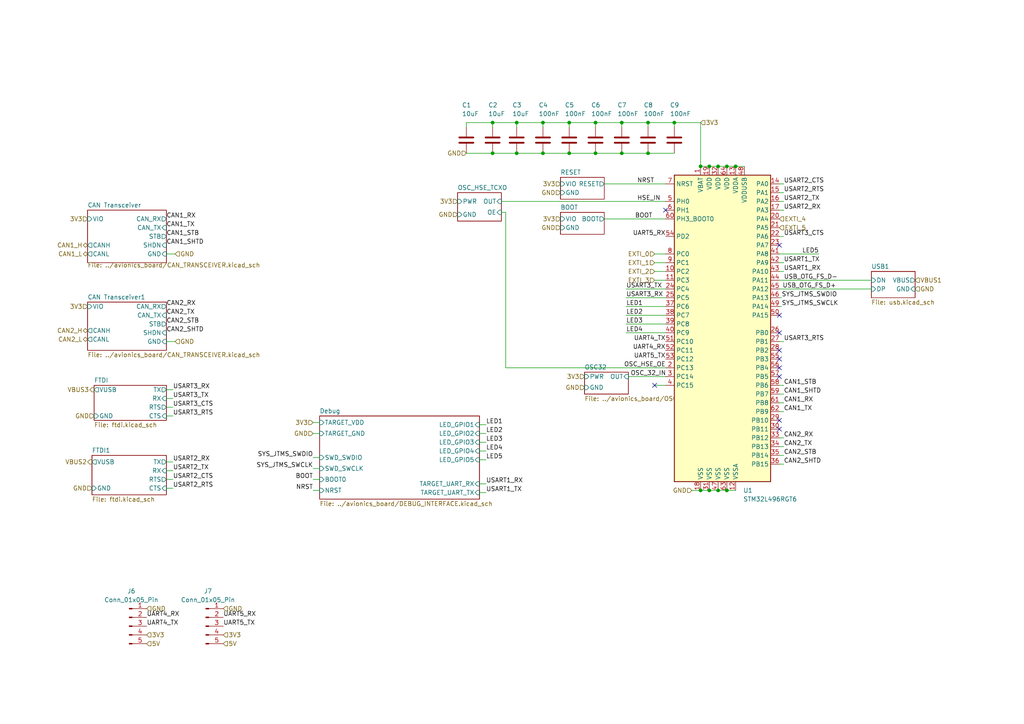
<source format=kicad_sch>
(kicad_sch (version 20250114) (generator "eeschema") (generator_version "9.0")
  (paper "A4")
  (lib_symbols
    (symbol "Common:STM32L496RGTx"
      (property "Reference" "U" (at -12.7 46.99 0))
      (property "Value" "STM32L496RGTx" (at 10.16 46.99 0))
      (symbol "STM32L496RGTx_0_1"
        (rectangle (start -12.7 45.72) (end 15.24 -43.18) (stroke (width 0.254)) (fill (type background)))
      )
      (symbol "STM32L496RGTx_1_1"
        (pin input line (at -15.24 43.18 0) (length 2.54) (name "NRST") (number "7"))
        (pin bidirectional line (at -15.24 38.1 0) (length 2.54) (name "PH0") (number "5"))
        (pin bidirectional line (at -15.24 35.56 0) (length 2.54) (name "PH1") (number "6"))
        (pin bidirectional line (at -15.24 33.02 0) (length 2.54) (name "PH3_BOOT0") (number "60"))
        (pin bidirectional line (at -15.24 27.94 0) (length 2.54) (name "PD2") (number "54"))
        (pin bidirectional line (at -15.24 22.86 0) (length 2.54) (name "PC0") (number "8"))
        (pin bidirectional line (at -15.24 20.32 0) (length 2.54) (name "PC1") (number "9"))
        (pin bidirectional line (at -15.24 17.78 0) (length 2.54) (name "PC2") (number "10"))
        (pin bidirectional line (at -15.24 15.24 0) (length 2.54) (name "PC3") (number "11"))
        (pin bidirectional line (at -15.24 12.7 0) (length 2.54) (name "PC4") (number "24"))
        (pin bidirectional line (at -15.24 10.16 0) (length 2.54) (name "PC5") (number "25"))
        (pin bidirectional line (at -15.24 7.62 0) (length 2.54) (name "PC6") (number "37"))
        (pin bidirectional line (at -15.24 5.08 0) (length 2.54) (name "PC7") (number "38"))
        (pin bidirectional line (at -15.24 2.54 0) (length 2.54) (name "PC8") (number "39"))
        (pin bidirectional line (at -15.24 0 0) (length 2.54) (name "PC9") (number "40"))
        (pin bidirectional line (at -15.24 -2.54 0) (length 2.54) (name "PC10") (number "51"))
        (pin bidirectional line (at -15.24 -5.08 0) (length 2.54) (name "PC11") (number "52"))
        (pin bidirectional line (at -15.24 -7.62 0) (length 2.54) (name "PC12") (number "53"))
        (pin bidirectional line (at -15.24 -10.16 0) (length 2.54) (name "PC13") (number "2"))
        (pin bidirectional line (at -15.24 -12.7 0) (length 2.54) (name "PC14") (number "3"))
        (pin bidirectional line (at -15.24 -15.24 0) (length 2.54) (name "PC15") (number "4"))
        (pin power_in line (at -5.08 48.26 270) (length 2.54) (name "VBAT") (number "1"))
        (pin power_in line (at -5.08 -45.72 90) (length 2.54) (name "VSS") (number "18"))
        (pin power_in line (at -2.54 48.26 270) (length 2.54) (name "VDD") (number "19"))
        (pin power_in line (at -2.54 -45.72 90) (length 2.54) (name "VSS") (number "31"))
        (pin power_in line (at 0 48.26 270) (length 2.54) (name "VDD") (number "32"))
        (pin power_in line (at 0 -45.72 90) (length 2.54) (name "VSS") (number "47"))
        (pin power_in line (at 2.54 48.26 270) (length 2.54) (name "VDD") (number "64"))
        (pin power_in line (at 2.54 -45.72 90) (length 2.54) (name "VSS") (number "63"))
        (pin power_in line (at 5.08 48.26 270) (length 2.54) (name "VDDA") (number "13"))
        (pin power_in line (at 5.08 -45.72 90) (length 2.54) (name "VSSA") (number "12"))
        (pin power_in line (at 7.62 48.26 270) (length 2.54) (name "VDDUSB") (number "48"))
        (pin bidirectional line (at 17.78 43.18 180) (length 2.54) (name "PA0") (number "14"))
        (pin bidirectional line (at 17.78 40.64 180) (length 2.54) (name "PA1") (number "15"))
        (pin bidirectional line (at 17.78 38.1 180) (length 2.54) (name "PA2") (number "16"))
        (pin bidirectional line (at 17.78 35.56 180) (length 2.54) (name "PA3") (number "17"))
        (pin bidirectional line (at 17.78 33.02 180) (length 2.54) (name "PA4") (number "20"))
        (pin bidirectional line (at 17.78 30.48 180) (length 2.54) (name "PA5") (number "21"))
        (pin bidirectional line (at 17.78 27.94 180) (length 2.54) (name "PA6") (number "22"))
        (pin bidirectional line (at 17.78 25.4 180) (length 2.54) (name "PA7") (number "23"))
        (pin bidirectional line (at 17.78 22.86 180) (length 2.54) (name "PA8") (number "41"))
        (pin bidirectional line (at 17.78 20.32 180) (length 2.54) (name "PA9") (number "42"))
        (pin bidirectional line (at 17.78 17.78 180) (length 2.54) (name "PA10") (number "43"))
        (pin bidirectional line (at 17.78 15.24 180) (length 2.54) (name "PA11") (number "44"))
        (pin bidirectional line (at 17.78 12.7 180) (length 2.54) (name "PA12") (number "45"))
        (pin bidirectional line (at 17.78 10.16 180) (length 2.54) (name "PA13") (number "46"))
        (pin bidirectional line (at 17.78 7.62 180) (length 2.54) (name "PA14") (number "49"))
        (pin bidirectional line (at 17.78 5.08 180) (length 2.54) (name "PA15") (number "50"))
        (pin bidirectional line (at 17.78 0 180) (length 2.54) (name "PB0") (number "26"))
        (pin bidirectional line (at 17.78 -2.54 180) (length 2.54) (name "PB1") (number "27"))
        (pin bidirectional line (at 17.78 -5.08 180) (length 2.54) (name "PB2") (number "28"))
        (pin bidirectional line (at 17.78 -7.62 180) (length 2.54) (name "PB3") (number "55"))
        (pin bidirectional line (at 17.78 -10.16 180) (length 2.54) (name "PB4") (number "56"))
        (pin bidirectional line (at 17.78 -12.7 180) (length 2.54) (name "PB5") (number "57"))
        (pin bidirectional line (at 17.78 -15.24 180) (length 2.54) (name "PB6") (number "58"))
        (pin bidirectional line (at 17.78 -17.78 180) (length 2.54) (name "PB7") (number "59"))
        (pin bidirectional line (at 17.78 -20.32 180) (length 2.54) (name "PB8") (number "61"))
        (pin bidirectional line (at 17.78 -22.86 180) (length 2.54) (name "PB9") (number "62"))
        (pin bidirectional line (at 17.78 -25.4 180) (length 2.54) (name "PB10") (number "29"))
        (pin bidirectional line (at 17.78 -27.94 180) (length 2.54) (name "PB11") (number "30"))
        (pin bidirectional line (at 17.78 -30.48 180) (length 2.54) (name "PB12") (number "33"))
        (pin bidirectional line (at 17.78 -33.02 180) (length 2.54) (name "PB13") (number "34"))
        (pin bidirectional line (at 17.78 -35.56 180) (length 2.54) (name "PB14") (number "35"))
        (pin bidirectional line (at 17.78 -38.1 180) (length 2.54) (name "PB15") (number "36"))
      )
    )
    (symbol "Connector:Conn_01x05_Pin" (pin_names (offset 1.016) (hide yes))
      (property "Reference" "J" (at 0 7.62 0))
      (property "Value" "Conn_01x05_Pin" (at 0 -7.62 0))
      (symbol "Conn_01x05_Pin_1_1"
        (rectangle (start 0.8636 5.207) (end 0 4.953) (stroke (width 0.1524)) (fill (type outline)))
        (rectangle (start 0.8636 2.667) (end 0 2.413) (stroke (width 0.1524)) (fill (type outline)))
        (rectangle (start 0.8636 0.127) (end 0 -0.127) (stroke (width 0.1524)) (fill (type outline)))
        (rectangle (start 0.8636 -2.413) (end 0 -2.667) (stroke (width 0.1524)) (fill (type outline)))
        (rectangle (start 0.8636 -4.953) (end 0 -5.207) (stroke (width 0.1524)) (fill (type outline)))
        (polyline (pts (xy 1.27 5.08) (xy 0.8636 5.08)) (stroke (width 0.1524)))
        (polyline (pts (xy 1.27 2.54) (xy 0.8636 2.54)) (stroke (width 0.1524)))
        (polyline (pts (xy 1.27 0) (xy 0.8636 0)) (stroke (width 0.1524)))
        (polyline (pts (xy 1.27 -2.54) (xy 0.8636 -2.54)) (stroke (width 0.1524)))
        (polyline (pts (xy 1.27 -5.08) (xy 0.8636 -5.08)) (stroke (width 0.1524)))
        (pin passive line (at 5.08 5.08 180) (length 3.81) (name "Pin_1") (number "1"))
        (pin passive line (at 5.08 2.54 180) (length 3.81) (name "Pin_2") (number "2"))
        (pin passive line (at 5.08 0 180) (length 3.81) (name "Pin_3") (number "3"))
        (pin passive line (at 5.08 -2.54 180) (length 3.81) (name "Pin_4") (number "4"))
        (pin passive line (at 5.08 -5.08 180) (length 3.81) (name "Pin_5") (number "5"))
      )
    )
    (symbol "Device:C" (pin_numbers (hide yes)) (pin_names (offset 0.254))
      (property "Reference" "C" (at 0.635 2.54 0))
      (property "Value" "C" (at 0.635 -2.54 0))
      (symbol "C_0_1"
        (polyline (pts (xy -2.032 0.762) (xy 2.032 0.762)) (stroke (width 0.508)))
        (polyline (pts (xy -2.032 -0.762) (xy 2.032 -0.762)) (stroke (width 0.508)))
      )
      (symbol "C_1_1"
        (pin passive line (at 0 3.81 270) (length 2.794) (name "~") (number "1"))
        (pin passive line (at 0 -3.81 90) (length 2.794) (name "~") (number "2"))
      )
    )
  )
  (junction (at 205.74 142.24))
  (junction (at 205.74 48.26))
  (junction (at 203.2 142.24))
  (junction (at 210.82 48.26))
  (junction (at 165.1 35.56))
  (junction (at 210.82 142.24))
  (junction (at 208.28 142.24))
  (junction (at 180.34 35.56))
  (junction (at 195.58 35.56))
  (junction (at 187.96 44.45))
  (junction (at 203.2 48.26))
  (junction (at 149.86 44.45))
  (junction (at 149.86 35.56))
  (junction (at 165.1 44.45))
  (junction (at 157.48 44.45))
  (junction (at 142.875 35.56))
  (junction (at 180.34 44.45))
  (junction (at 187.96 35.56))
  (junction (at 172.72 44.45))
  (junction (at 208.28 48.26))
  (junction (at 142.875 44.45))
  (junction (at 172.72 35.56))
  (junction (at 213.36 48.26))
  (junction (at 157.48 35.56))
  (no_connect (at 226.06 124.46))
  (no_connect (at 226.06 91.44))
  (no_connect (at 226.06 101.6))
  (no_connect (at 226.06 96.52))
  (no_connect (at 226.06 121.92))
  (no_connect (at 226.06 104.14))
  (no_connect (at 226.06 109.22))
  (no_connect (at 189.865 111.76))
  (no_connect (at 226.06 106.68))
  (no_connect (at 226.06 71.12))
  (no_connect (at 193.04 60.96))
  (wire (pts (xy 187.96 35.56) (xy 187.96 36.83)))
  (wire (pts (xy 189.865 81.28) (xy 193.04 81.28)))
  (wire (pts (xy 180.34 35.56) (xy 187.96 35.56)))
  (wire (pts (xy 165.1 35.56) (xy 172.72 35.56)))
  (wire (pts (xy 48.26 133.985) (xy 50.165 133.985)))
  (wire (pts (xy 227.33 119.38) (xy 226.06 119.38)))
  (wire (pts (xy 227.33 127) (xy 226.06 127)))
  (wire (pts (xy 227.33 116.84) (xy 226.06 116.84)))
  (wire (pts (xy 181.61 96.52) (xy 193.04 96.52)))
  (wire (pts (xy 181.61 91.44) (xy 193.04 91.44)))
  (wire (pts (xy 205.74 48.26) (xy 208.28 48.26)))
  (wire (pts (xy 90.805 139.065) (xy 92.71 139.065)))
  (wire (pts (xy 208.28 142.24) (xy 210.82 142.24)))
  (wire (pts (xy 227.33 129.54) (xy 226.06 129.54)))
  (wire (pts (xy 140.97 133.35) (xy 139.065 133.35)))
  (wire (pts (xy 135.255 35.56) (xy 135.255 36.83)))
  (wire (pts (xy 189.865 73.66) (xy 193.04 73.66)))
  (wire (pts (xy 227.33 99.06) (xy 226.06 99.06)))
  (wire (pts (xy 181.61 83.82) (xy 193.04 83.82)))
  (wire (pts (xy 140.97 123.19) (xy 139.065 123.19)))
  (wire (pts (xy 227.33 76.2) (xy 226.06 76.2)))
  (wire (pts (xy 149.86 35.56) (xy 157.48 35.56)))
  (wire (pts (xy 165.1 44.45) (xy 172.72 44.45)))
  (wire (pts (xy 187.96 35.56) (xy 195.58 35.56)))
  (wire (pts (xy 189.865 76.2) (xy 193.04 76.2)))
  (wire (pts (xy 157.48 44.45) (xy 165.1 44.45)))
  (wire (pts (xy 140.97 140.335) (xy 139.065 140.335)))
  (wire (pts (xy 142.875 35.56) (xy 135.255 35.56)))
  (wire (pts (xy 180.34 44.45) (xy 187.96 44.45)))
  (wire (pts (xy 165.1 35.56) (xy 165.1 36.83)))
  (wire (pts (xy 48.26 113.03) (xy 50.165 113.03)))
  (wire (pts (xy 90.805 142.24) (xy 92.71 142.24)))
  (wire (pts (xy 227.33 78.74) (xy 226.06 78.74)))
  (wire (pts (xy 149.86 35.56) (xy 142.875 35.56)))
  (wire (pts (xy 172.72 35.56) (xy 172.72 36.83)))
  (wire (pts (xy 200.66 142.24) (xy 203.2 142.24)))
  (wire (pts (xy 48.26 120.65) (xy 50.165 120.65)))
  (wire (pts (xy 145.415 58.42) (xy 193.04 58.42)))
  (wire (pts (xy 181.61 88.9) (xy 193.04 88.9)))
  (wire (pts (xy 226.695 86.36) (xy 226.06 86.36)))
  (wire (pts (xy 203.2 35.56) (xy 203.2 48.26)))
  (wire (pts (xy 181.61 93.98) (xy 193.04 93.98)))
  (wire (pts (xy 213.36 48.26) (xy 215.9 48.26)))
  (wire (pts (xy 227.33 132.08) (xy 226.06 132.08)))
  (wire (pts (xy 210.82 48.26) (xy 213.36 48.26)))
  (wire (pts (xy 142.875 35.56) (xy 142.875 36.83)))
  (wire (pts (xy 157.48 35.56) (xy 157.48 36.83)))
  (wire (pts (xy 135.255 44.45) (xy 142.875 44.45)))
  (wire (pts (xy 90.805 135.89) (xy 92.71 135.89)))
  (wire (pts (xy 227.33 111.76) (xy 226.06 111.76)))
  (wire (pts (xy 203.2 142.24) (xy 205.74 142.24)))
  (wire (pts (xy 195.58 35.56) (xy 203.2 35.56)))
  (wire (pts (xy 48.26 141.605) (xy 50.165 141.605)))
  (wire (pts (xy 180.34 35.56) (xy 180.34 36.83)))
  (wire (pts (xy 227.33 114.3) (xy 226.06 114.3)))
  (wire (pts (xy 149.86 44.45) (xy 157.48 44.45)))
  (wire (pts (xy 140.97 130.81) (xy 139.065 130.81)))
  (wire (pts (xy 172.72 35.56) (xy 180.34 35.56)))
  (wire (pts (xy 189.865 78.74) (xy 193.04 78.74)))
  (wire (pts (xy 226.695 88.9) (xy 226.06 88.9)))
  (wire (pts (xy 210.82 142.24) (xy 213.36 142.24)))
  (wire (pts (xy 226.06 81.28) (xy 252.73 81.28)))
  (wire (pts (xy 149.86 36.83) (xy 149.86 35.56)))
  (wire (pts (xy 195.58 36.83) (xy 195.58 35.56)))
  (wire (pts (xy 90.805 125.73) (xy 92.71 125.73)))
  (wire (pts (xy 237.49 73.66) (xy 226.06 73.66)))
  (wire (pts (xy 90.805 122.555) (xy 92.71 122.555)))
  (wire (pts (xy 50.8 99.06) (xy 48.26 99.06)))
  (wire (pts (xy 187.96 44.45) (xy 195.58 44.45)))
  (wire (pts (xy 146.685 61.595) (xy 145.415 61.595)))
  (wire (pts (xy 146.685 61.595) (xy 146.685 106.68)))
  (wire (pts (xy 182.245 109.22) (xy 193.04 109.22)))
  (wire (pts (xy 48.26 73.66) (xy 50.8 73.66)))
  (wire (pts (xy 175.26 63.5) (xy 193.04 63.5)))
  (wire (pts (xy 205.74 142.24) (xy 208.28 142.24)))
  (wire (pts (xy 140.97 142.875) (xy 139.065 142.875)))
  (wire (pts (xy 175.26 53.34) (xy 193.04 53.34)))
  (wire (pts (xy 48.26 139.065) (xy 50.165 139.065)))
  (wire (pts (xy 189.865 111.76) (xy 193.04 111.76)))
  (wire (pts (xy 140.97 125.73) (xy 139.065 125.73)))
  (wire (pts (xy 48.26 115.57) (xy 50.165 115.57)))
  (wire (pts (xy 208.28 48.26) (xy 210.82 48.26)))
  (wire (pts (xy 146.685 106.68) (xy 193.04 106.68)))
  (wire (pts (xy 142.875 44.45) (xy 149.86 44.45)))
  (wire (pts (xy 227.33 134.62) (xy 226.06 134.62)))
  (wire (pts (xy 227.33 68.58) (xy 226.06 68.58)))
  (wire (pts (xy 227.33 58.42) (xy 226.06 58.42)))
  (wire (pts (xy 227.33 53.34) (xy 226.06 53.34)))
  (wire (pts (xy 226.06 83.82) (xy 252.73 83.82)))
  (wire (pts (xy 227.33 55.88) (xy 226.06 55.88)))
  (wire (pts (xy 172.72 44.45) (xy 180.34 44.45)))
  (wire (pts (xy 203.2 48.26) (xy 205.74 48.26)))
  (wire (pts (xy 157.48 35.56) (xy 165.1 35.56)))
  (wire (pts (xy 48.26 118.11) (xy 50.165 118.11)))
  (wire (pts (xy 48.26 136.525) (xy 50.165 136.525)))
  (wire (pts (xy 227.33 60.96) (xy 226.06 60.96)))
  (wire (pts (xy 140.97 128.27) (xy 139.065 128.27)))
  (wire (pts (xy 90.805 132.715) (xy 92.71 132.715)))
  (wire (pts (xy 181.61 86.36) (xy 193.04 86.36)))
  (label "LED4" (at 140.97 130.81 0))
  (label "USART1_TX" (at 227.33 76.2 0))
  (label "OSC_HSE_OE" (at 180.975 106.68 0))
  (label "CAN1_SHTD" (at 227.33 114.3 0))
  (label "USART3_TX" (at 50.165 115.57 0))
  (label "CAN1_STB" (at 48.26 68.58 0))
  (label "CAN2_TX" (at 227.33 129.54 0))
  (label "UART4_RX" (at 193.04 101.6 180))
  (label "LED3" (at 140.97 128.27 0))
  (label "CAN2_RX" (at 227.33 127 0))
  (label "USART3_RX" (at 50.165 113.03 0))
  (label "USART2_RX" (at 50.165 133.985 0))
  (label "OSC_32_IN" (at 182.88 109.22 0))
  (label "CAN2_TX" (at 48.26 91.44 0))
  (label "LED1" (at 140.97 123.19 0))
  (label "USART2_CTS" (at 227.33 53.34 0))
  (label "UART4_TX" (at 193.04 99.06 180))
  (label "LED2" (at 140.97 125.73 0))
  (label "USART2_CTS" (at 50.165 139.065 0))
  (label "USART3_RTS" (at 227.33 99.06 0))
  (label "UART5_RX" (at 64.77 179.07 0))
  (label "BOOT" (at 184.15 63.5 0))
  (label "LED5" (at 237.49 73.66 180))
  (label "USART3_TX" (at 181.61 83.82 0))
  (label "USART3_RX" (at 181.61 86.36 0))
  (label "USART1_RX" (at 227.33 78.74 0))
  (label "CAN1_RX" (at 48.26 63.5 0))
  (label "USART1_TX" (at 140.97 142.875 0))
  (label "LED4" (at 181.61 96.52 0))
  (label "CAN1_STB" (at 227.33 111.76 0))
  (label "CAN2_STB" (at 227.33 132.08 0))
  (label "UART5_TX" (at 193.04 104.14 180))
  (label "UART4_RX" (at 42.545 179.07 0))
  (label "USART3_CTS" (at 227.33 68.58 0))
  (label "USB_OTG_FS_D+" (at 242.57 83.82 180))
  (label "HSE_IN" (at 184.785 58.42 0))
  (label "USB_OTG_FS_D-" (at 227.33 81.28 0))
  (label "BOOT" (at 90.805 139.065 180))
  (label "USART2_RTS" (at 50.165 141.605 0))
  (label "NRST" (at 90.805 142.24 180))
  (label "USART2_TX" (at 227.33 58.42 0))
  (label "LED2" (at 181.61 91.44 0))
  (label "CAN1_TX" (at 227.33 119.38 0))
  (label "USART1_RX" (at 140.97 140.335 0))
  (label "LED3" (at 181.61 93.98 0))
  (label "SYS_JTMS_SWDIO" (at 226.695 86.36 0))
  (label "UART5_RX" (at 193.04 68.58 180))
  (label "USART3_CTS" (at 50.165 118.11 0))
  (label "CAN2_RX" (at 48.26 88.9 0))
  (label "CAN1_SHTD" (at 48.26 71.12 0))
  (label "SYS_JTMS_SWCLK" (at 226.695 88.9 0))
  (label "CAN1_RX" (at 227.33 116.84 0))
  (label "SYS_JTMS_SWDIO" (at 90.805 132.715 180))
  (label "USART2_TX" (at 50.165 136.525 0))
  (label "USART2_RTS" (at 227.33 55.88 0))
  (label "LED1" (at 181.61 88.9 0))
  (label "CAN2_SHTD" (at 48.26 96.52 0))
  (label "UART4_TX" (at 42.545 181.61 0))
  (label "CAN2_SHTD" (at 227.33 134.62 0))
  (label "LED5" (at 140.97 133.35 0))
  (label "USART3_RTS" (at 50.165 120.65 0))
  (label "UART5_TX" (at 64.77 181.61 0))
  (label "CAN2_STB" (at 48.26 93.98 0))
  (label "CAN1_TX" (at 48.26 66.04 0))
  (label "USART2_RX" (at 227.33 60.96 0))
  (label "SYS_JTMS_SWCLK" (at 90.805 135.89 180))
  (label "NRST" (at 184.785 53.34 0))
  (hierarchical_label "VBUS3" (shape output) (at 27.305 113.03 180))
  (hierarchical_label "GND" (shape input) (at 90.805 125.73 180))
  (hierarchical_label "CAN2_H" (shape bidirectional) (at 25.4 95.885 180))
  (hierarchical_label "3V3" (shape input) (at 162.56 53.34 180))
  (hierarchical_label "5V" (shape input) (at 42.545 186.69 0))
  (hierarchical_label "GND" (shape input) (at 50.8 73.66 0))
  (hierarchical_label "CAN2_L" (shape bidirectional) (at 25.4 98.425 180))
  (hierarchical_label "GND" (shape input) (at 50.8 99.06 0))
  (hierarchical_label "EXTI_4" (shape input) (at 226.06 63.5 0))
  (hierarchical_label "CAN1_L" (shape bidirectional) (at 25.4 73.66 180))
  (hierarchical_label "3V3" (shape input) (at 42.545 184.15 0))
  (hierarchical_label "EXTI_0" (shape input) (at 189.865 73.66 180))
  (hierarchical_label "3V3" (shape input) (at 132.715 58.42 180))
  (hierarchical_label "EXTI_1" (shape input) (at 189.865 76.2 180))
  (hierarchical_label "EXTI_5" (shape input) (at 226.06 66.04 0))
  (hierarchical_label "GND" (shape input) (at 64.77 176.53 0))
  (hierarchical_label "3V3" (shape input) (at 25.4 88.9 180))
  (hierarchical_label "3V3" (shape input) (at 90.805 122.555 180))
  (hierarchical_label "GND" (shape input) (at 26.67 141.605 180))
  (hierarchical_label "EXTI_3" (shape input) (at 189.865 81.28 180))
  (hierarchical_label "3V3" (shape input) (at 64.77 184.15 0))
  (hierarchical_label "GND" (shape input) (at 132.715 62.23 180))
  (hierarchical_label "CAN1_H" (shape bidirectional) (at 25.4 71.12 180))
  (hierarchical_label "3V3" (shape input) (at 162.56 63.5 180))
  (hierarchical_label "GND" (shape input) (at 169.545 112.395 180))
  (hierarchical_label "3V3" (shape input) (at 169.545 109.22 180))
  (hierarchical_label "5V" (shape input) (at 64.77 186.69 0))
  (hierarchical_label "GND" (shape input) (at 162.56 66.04 180))
  (hierarchical_label "GND" (shape input) (at 42.545 176.53 0))
  (hierarchical_label "GND" (shape input) (at 265.43 83.82 0))
  (hierarchical_label "GND" (shape input) (at 135.255 44.45 180))
  (hierarchical_label "GND" (shape input) (at 162.56 55.88 180))
  (hierarchical_label "3V3" (shape input) (at 203.2 35.56 0))
  (hierarchical_label "3V3" (shape input) (at 25.4 63.5 180))
  (hierarchical_label "GND" (shape input) (at 200.66 142.24 180))
  (hierarchical_label "EXTI_2" (shape input) (at 189.865 78.74 180))
  (hierarchical_label "GND" (shape input) (at 27.305 120.65 180))
  (hierarchical_label "VBUS2" (shape output) (at 26.67 133.985 180))
  (hierarchical_label "VBUS1" (shape input) (at 265.43 81.28 0))
  (symbol (lib_id "Device:C") (at 180.34 40.64 0) (unit 1)
    (property "Reference" "C7" (at 179.07 30.48 0) (effects (justify left)))
    (property "Value" "100nF" (at 179.07 33.02 0) (effects (justify left)))
    (property "Footprint" "Capacitor_SMD:C_0402_1005Metric_Pad0.74x0.62mm_HandSolder" (effects (hide yes)))
    (property "Datasheet" "https://search.murata.co.jp/Ceramy/image/img/A01X/G101/ENG/GRM155R61E104KA87-01.pdf" (effects (hide yes)))
    (property "Description" "Unpolarized capacitor" (effects (hide yes)))
    (property "Voltage" "25" (effects (hide yes)))
    (property "Tolerance" "10" (effects (hide yes)))
    (property "Temperture Coefficient" "X5R" (effects (hide yes)))
    (property "Manufacturer" "Murata" (effects (hide yes)))
    (property "Part Number" "GRM155R61E104KA87D" (effects (hide yes)))
  )
  (symbol (lib_id "Device:C") (at 172.72 40.64 0) (unit 1)
    (property "Reference" "C6" (at 171.45 30.48 0) (effects (justify left)))
    (property "Value" "100nF" (at 171.45 33.02 0) (effects (justify left)))
    (property "Footprint" "Capacitor_SMD:C_0402_1005Metric_Pad0.74x0.62mm_HandSolder" (effects (hide yes)))
    (property "Datasheet" "https://search.murata.co.jp/Ceramy/image/img/A01X/G101/ENG/GRM155R61E104KA87-01.pdf" (effects (hide yes)))
    (property "Description" "Unpolarized capacitor" (effects (hide yes)))
    (property "Voltage" "25" (effects (hide yes)))
    (property "Tolerance" "10" (effects (hide yes)))
    (property "Temperture Coefficient" "X5R" (effects (hide yes)))
    (property "Manufacturer" "Murata" (effects (hide yes)))
    (property "Part Number" "GRM155R61E104KA87D" (effects (hide yes)))
  )
  (symbol (lib_id "Device:C") (at 142.875 40.64 0) (unit 1)
    (property "Reference" "C2" (at 141.605 30.48 0) (effects (justify left)))
    (property "Value" "10uF" (at 141.605 33.02 0) (effects (justify left)))
    (property "Footprint" "Capacitor_SMD:C_0603_1608Metric_Pad1.08x0.95mm_HandSolder" (effects (hide yes)))
    (property "Datasheet" "https://search.murata.co.jp/Ceramy/image/img/A01X/G101/ENG/GRM188R61C106MAAL-01.pdf" (effects (hide yes)))
    (property "Description" "Unpolarized capacitor" (effects (hide yes)))
    (property "Voltage" "16" (effects (hide yes)))
    (property "Tolerance" "20" (effects (hide yes)))
    (property "Temperture Coefficient" "X5R" (effects (hide yes)))
    (property "Manufacturer" "Murata" (effects (hide yes)))
    (property "Part Number" "GRM188R61C106MA73D" (effects (hide yes)))
  )
  (symbol (lib_id "Device:C") (at 187.96 40.64 0) (unit 1)
    (property "Reference" "C8" (at 186.69 30.48 0) (effects (justify left)))
    (property "Value" "100nF" (at 186.69 33.02 0) (effects (justify left)))
    (property "Footprint" "Capacitor_SMD:C_0402_1005Metric_Pad0.74x0.62mm_HandSolder" (effects (hide yes)))
    (property "Datasheet" "https://search.murata.co.jp/Ceramy/image/img/A01X/G101/ENG/GRM155R61E104KA87-01.pdf" (effects (hide yes)))
    (property "Description" "Unpolarized capacitor" (effects (hide yes)))
    (property "Voltage" "25" (effects (hide yes)))
    (property "Tolerance" "10" (effects (hide yes)))
    (property "Temperture Coefficient" "X5R" (effects (hide yes)))
    (property "Manufacturer" "Murata" (effects (hide yes)))
    (property "Part Number" "GRM155R61E104KA87D" (effects (hide yes)))
  )
  (symbol (lib_id "Device:C") (at 165.1 40.64 0) (unit 1)
    (property "Reference" "C5" (at 163.83 30.48 0) (effects (justify left)))
    (property "Value" "100nF" (at 163.83 33.02 0) (effects (justify left)))
    (property "Footprint" "Capacitor_SMD:C_0402_1005Metric_Pad0.74x0.62mm_HandSolder" (effects (hide yes)))
    (property "Datasheet" "https://search.murata.co.jp/Ceramy/image/img/A01X/G101/ENG/GRM155R61E104KA87-01.pdf" (effects (hide yes)))
    (property "Description" "Unpolarized capacitor" (effects (hide yes)))
    (property "Voltage" "25" (effects (hide yes)))
    (property "Tolerance" "10" (effects (hide yes)))
    (property "Temperture Coefficient" "X5R" (effects (hide yes)))
    (property "Manufacturer" "Murata" (effects (hide yes)))
    (property "Part Number" "GRM155R61E104KA87D" (effects (hide yes)))
  )
  (symbol (lib_id "Device:C") (at 149.86 40.64 0) (unit 1)
    (property "Reference" "C3" (at 148.59 30.48 0) (effects (justify left)))
    (property "Value" "10uF" (at 148.59 33.02 0) (effects (justify left)))
    (property "Footprint" "Capacitor_SMD:C_0603_1608Metric_Pad1.08x0.95mm_HandSolder" (effects (hide yes)))
    (property "Datasheet" "https://search.murata.co.jp/Ceramy/image/img/A01X/G101/ENG/GRM188R61C106MAAL-01.pdf" (effects (hide yes)))
    (property "Description" "Unpolarized capacitor" (effects (hide yes)))
    (property "Voltage" "16" (effects (hide yes)))
    (property "Tolerance" "20" (effects (hide yes)))
    (property "Temperture Coefficient" "X5R" (effects (hide yes)))
    (property "Manufacturer" "Murata" (effects (hide yes)))
    (property "Part Number" "GRM188R61C106MA73D" (effects (hide yes)))
  )
  (symbol (lib_id "Connector:Conn_01x05_Pin") (at 37.465 181.61 0) (unit 1)
    (property "Reference" "J6" (at 38.1 171.45 0))
    (property "Value" "Conn_01x05_Pin" (at 38.1 173.99 0))
    (property "Footprint" "Connector_PinHeader_2.54mm:PinHeader_1x05_P2.54mm_Vertical" (effects (hide yes)))
    (property "Description" "Generic connector, single row, 01x05, script generated" (effects (hide yes)))
    (property "Manufacturer" "generic" (effects (hide yes)))
    (property "Part Number" "vertical" (effects (hide yes)))
  )
  (symbol (lib_id "Device:C") (at 135.255 40.64 0) (unit 1)
    (property "Reference" "C1" (at 133.985 30.48 0) (effects (justify left)))
    (property "Value" "10uF" (at 133.985 33.02 0) (effects (justify left)))
    (property "Footprint" "Capacitor_SMD:C_0603_1608Metric_Pad1.08x0.95mm_HandSolder" (effects (hide yes)))
    (property "Datasheet" "https://search.murata.co.jp/Ceramy/image/img/A01X/G101/ENG/GRM188R61C106MAAL-01.pdf" (effects (hide yes)))
    (property "Description" "Unpolarized capacitor" (effects (hide yes)))
    (property "Voltage" "16" (effects (hide yes)))
    (property "Tolerance" "20" (effects (hide yes)))
    (property "Temperture Coefficient" "X5R" (effects (hide yes)))
    (property "Manufacturer" "Murata" (effects (hide yes)))
    (property "Part Number" "GRM188R61C106MA73D" (effects (hide yes)))
  )
  (symbol (lib_id "Device:C") (at 195.58 40.64 0) (unit 1)
    (property "Reference" "C9" (at 194.31 30.48 0) (effects (justify left)))
    (property "Value" "100nF" (at 194.31 33.02 0) (effects (justify left)))
    (property "Footprint" "Capacitor_SMD:C_0402_1005Metric_Pad0.74x0.62mm_HandSolder" (effects (hide yes)))
    (property "Datasheet" "https://search.murata.co.jp/Ceramy/image/img/A01X/G101/ENG/GRM155R61E104KA87-01.pdf" (effects (hide yes)))
    (property "Description" "Unpolarized capacitor" (effects (hide yes)))
    (property "Voltage" "25" (effects (hide yes)))
    (property "Tolerance" "10" (effects (hide yes)))
    (property "Temperture Coefficient" "X5R" (effects (hide yes)))
    (property "Manufacturer" "Murata" (effects (hide yes)))
    (property "Part Number" "GRM155R61E104KA87D" (effects (hide yes)))
  )
  (symbol (lib_id "Connector:Conn_01x05_Pin") (at 59.69 181.61 0) (unit 1)
    (property "Reference" "J7" (at 60.325 171.45 0))
    (property "Value" "Conn_01x05_Pin" (at 60.325 173.99 0))
    (property "Footprint" "Connector_PinHeader_2.54mm:PinHeader_1x05_P2.54mm_Vertical" (effects (hide yes)))
    (property "Description" "Generic connector, single row, 01x05, script generated" (effects (hide yes)))
    (property "Manufacturer" "generic" (effects (hide yes)))
    (property "Part Number" "vertical" (effects (hide yes)))
  )
  (symbol (lib_id "Common:STM32L496RGTx") (at 208.28 96.52 0) (unit 1)
    (property "Reference" "U1" (at 215.5541 142.24 0) (effects (justify left)))
    (property "Value" "STM32L496RGT6" (at 215.5541 144.78 0) (effects (justify left)))
    (property "Footprint" "Package_QFP:LQFP-64_10x10mm_P0.5mm" (effects (hide yes)))
    (property "Datasheet" "https://www.st.com/resource/en/datasheet/stm32l496rg.pdf" (effects (hide yes)))
    (property "Description" "STMicroelectronics Arm Cortex-M4 MCU, 1024KB flash, 320KB RAM, 80 MHz, 1.71-3.6V, 52 GPIO, LQFP64" (effects (hide yes)))
    (property "Manufacturer" "STM" (effects (hide yes)))
    (property "Part Number" "STM32L496RGT6" (effects (hide yes)))
  )
  (symbol (lib_id "Device:C") (at 157.48 40.64 0) (unit 1)
    (property "Reference" "C4" (at 156.21 30.48 0) (effects (justify left)))
    (property "Value" "100nF" (at 156.21 33.02 0) (effects (justify left)))
    (property "Footprint" "Capacitor_SMD:C_0402_1005Metric_Pad0.74x0.62mm_HandSolder" (effects (hide yes)))
    (property "Datasheet" "https://search.murata.co.jp/Ceramy/image/img/A01X/G101/ENG/GRM155R61E104KA87-01.pdf" (effects (hide yes)))
    (property "Description" "Unpolarized capacitor" (effects (hide yes)))
    (property "Voltage" "25" (effects (hide yes)))
    (property "Tolerance" "10" (effects (hide yes)))
    (property "Temperture Coefficient" "X5R" (effects (hide yes)))
    (property "Manufacturer" "Murata" (effects (hide yes)))
    (property "Part Number" "GRM155R61E104KA87D" (effects (hide yes)))
  )
  (sheet (at 92.71 120.65) (size 46.355 24.13) (stroke (width 0.1524))
    (property "Sheetname" "Debug" (at 92.71 119.9384 0) (effects (justify left bottom)))
    (property "Sheetfile" "../avionics_board/DEBUG_INTERFACE.kicad_sch" (at 92.71 145.3646 0) (effects (justify left top)))
    (pin "TARGET_GND" input (at 92.71 125.73 180))
    (pin "LED_GPIO1" input (at 139.065 123.19 0))
    (pin "TARGET_VDD" input (at 92.71 122.555 180))
    (pin "SWD_SWCLK" input (at 92.71 135.89 180))
    (pin "BOOT0" input (at 92.71 139.065 180))
    (pin "SWD_SWDIO" input (at 92.71 132.715 180))
    (pin "LED_GPIO5" input (at 139.065 133.35 0))
    (pin "LED_GPIO2" input (at 139.065 125.73 0))
    (pin "NRST" input (at 92.71 142.24 180))
    (pin "LED_GPIO4" input (at 139.065 130.81 0))
    (pin "LED_GPIO3" input (at 139.065 128.27 0))
    (pin "TARGET_UART_RX" input (at 139.065 140.335 0))
    (pin "TARGET_UART_TX" input (at 139.065 142.875 0))
  )
  (sheet (at 25.4 60.96) (size 22.86 15.24) (stroke (width 0.1524))
    (property "Sheetname" "CAN Transceiver" (at 25.4 60.2484 0) (effects (justify left bottom)))
    (property "Sheetfile" "../avionics_board/CAN_TRANSCEIVER.kicad_sch" (at 25.4 76.1496 0) (effects (justify left top)))
    (pin "CAN_RX" output (at 48.26 63.5 0))
    (pin "CAN_TX" input (at 48.26 66.04 0))
    (pin "VIO" input (at 25.4 63.5 180))
    (pin "GND" input (at 48.26 73.66 0))
    (pin "CANL" output (at 25.4 73.66 180))
    (pin "CANH" output (at 25.4 71.12 180))
    (pin "SHDN" input (at 48.26 71.12 0))
    (pin "STB" output (at 48.26 68.58 0))
  )
  (sheet (at 27.305 111.76) (size 20.955 10.16) (stroke (width 0.1524))
    (property "Sheetname" "FTDI" (at 27.305 111.0484 0) (effects (justify left bottom)))
    (property "Sheetfile" "ftdi.kicad_sch" (at 27.305 122.5046 0) (effects (justify left top)))
    (pin "GND" input (at 27.305 120.65 180))
    (pin "CTS" input (at 48.26 120.65 0))
    (pin "RX" input (at 48.26 115.57 0))
    (pin "RTS" output (at 48.26 118.11 0))
    (pin "TX" output (at 48.26 113.03 0))
    (pin "VUSB" output (at 27.305 113.03 180))
  )
  (sheet (at 25.4 87.63) (size 22.86 13.97) (stroke (width 0.1524))
    (property "Sheetname" "CAN Transceiver1" (at 25.4 86.9184 0) (effects (justify left bottom)))
    (property "Sheetfile" "../avionics_board/CAN_TRANSCEIVER.kicad_sch" (at 25.4 102.1846 0) (effects (justify left top)))
    (pin "CAN_RX" output (at 48.26 88.9 0))
    (pin "CAN_TX" input (at 48.26 91.44 0))
    (pin "VIO" input (at 25.4 88.9 180))
    (pin "GND" input (at 48.26 99.06 0))
    (pin "CANL" output (at 25.4 98.425 180))
    (pin "CANH" output (at 25.4 95.885 180))
    (pin "SHDN" input (at 48.26 96.52 0))
    (pin "STB" output (at 48.26 93.98 0))
  )
  (sheet (at 132.715 55.88) (size 12.7 8.255) (stroke (width 0.1524))
    (property "Sheetname" "OSC_HSE_TCXO" (at 132.715 55.1684 0) (effects (justify left bottom)))
    (property "Sheetfile" "../avionics_board/OSC_HSE_TCXO.kicad_sch" (effects (hide yes)))
    (pin "OE" input (at 145.415 61.595 0))
    (pin "GND" input (at 132.715 62.23 180))
    (pin "OUT" input (at 145.415 58.42 0))
    (pin "PWR" input (at 132.715 58.42 180))
  )
  (sheet (at 162.56 61.595) (size 12.7 6.35) (stroke (width 0.1524))
    (property "Sheetname" "BOOT" (at 162.56 60.8834 0) (effects (justify left bottom)))
    (property "Sheetfile" "../avionics_board/boot.kicad_sch" (effects (hide yes)))
    (pin "VIO" input (at 162.56 63.5 180))
    (pin "BOOT" output (at 175.26 63.5 0))
    (pin "GND" input (at 162.56 66.04 180))
  )
  (sheet (at 169.545 107.95) (size 12.7 6.35) (stroke (width 0.1524))
    (property "Sheetname" "OSC32" (at 169.545 107.2384 0) (effects (justify left bottom)))
    (property "Sheetfile" "../avionics_board/OSC32_TCXO.kicad_sch" (at 169.545 114.8846 0) (effects (justify left top)))
    (pin "OUT" input (at 182.245 109.22 0))
    (pin "PWR" input (at 169.545 109.22 180))
    (pin "GND" input (at 169.545 112.395 180))
  )
  (sheet (at 26.67 132.08) (size 21.59 11.43) (stroke (width 0.1524))
    (property "Sheetname" "FTDI1" (at 26.67 131.3684 0) (effects (justify left bottom)))
    (property "Sheetfile" "ftdi.kicad_sch" (at 26.67 144.0946 0) (effects (justify left top)))
    (pin "GND" input (at 26.67 141.605 180))
    (pin "CTS" input (at 48.26 141.605 0))
    (pin "RX" input (at 48.26 136.525 0))
    (pin "RTS" output (at 48.26 139.065 0))
    (pin "TX" output (at 48.26 133.985 0))
    (pin "VUSB" output (at 26.67 133.985 180))
  )
  (sheet (at 252.73 78.74) (size 12.7 7.62) (stroke (width 0.1524))
    (property "Sheetname" "USB1" (at 252.73 78.0284 0) (effects (justify left bottom)))
    (property "Sheetfile" "usb.kicad_sch" (at 252.73 86.9446 0) (effects (justify left top)))
    (pin "GND" input (at 265.43 83.82 0))
    (pin "DN" input (at 252.73 81.28 180))
    (pin "DP" input (at 252.73 83.82 180))
    (pin "VBUS" output (at 265.43 81.28 0))
  )
  (sheet (at 162.56 51.435) (size 12.7 6.35) (stroke (width 0.1524))
    (property "Sheetname" "RESET" (at 162.56 50.7234 0) (effects (justify left bottom)))
    (property "Sheetfile" "../sci_board/reset.kicad_sch" (effects (hide yes)))
    (pin "VIO" input (at 162.56 53.34 180))
    (pin "GND" input (at 162.56 55.88 180))
    (pin "RESET" output (at 175.26 53.34 0))
  )
)
</source>
